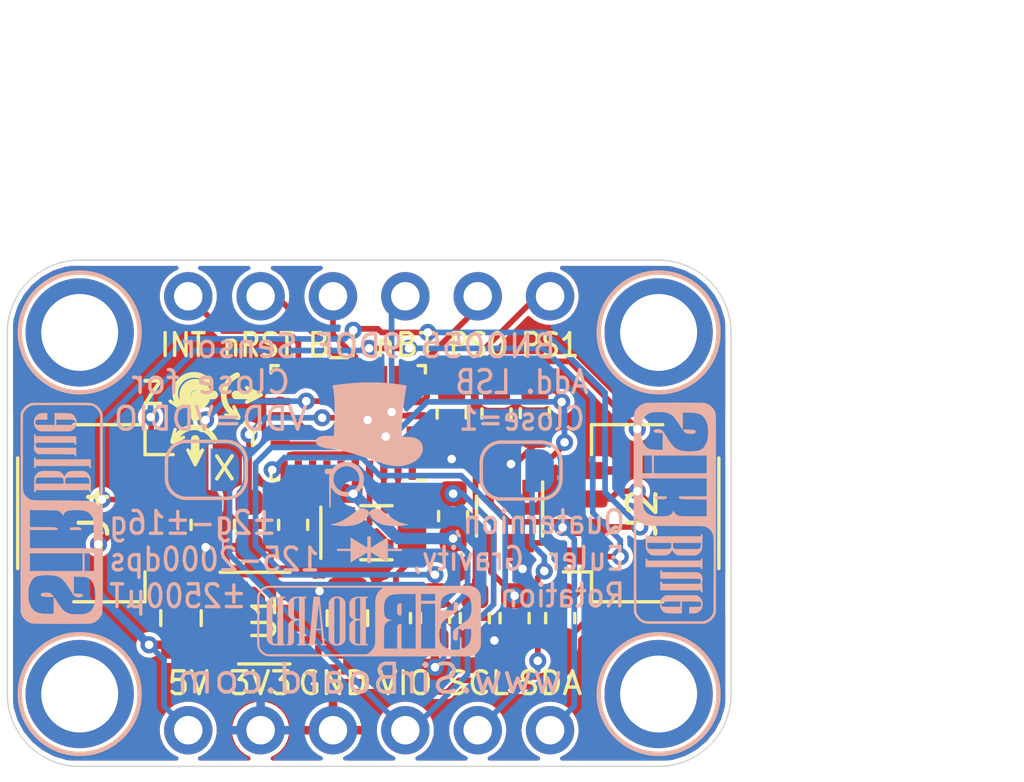
<source format=kicad_pcb>
(kicad_pcb (version 20171130) (host pcbnew "(5.1.2)-2")
  (title_block (title "SirBlue - BNO055 Breakout with 5V Level Shift") (date 2020-03-11) (rev 1) (company SirBoard) (comment 1 "Magnetometer:  X = ±1300μT, Y = ±1300μT, Z = ±2500μT") (comment 2 "Gyroscope = ±125°/s, ±250°/s, ±500°/s, ±1000°/s, ±2000°/s") (comment 3 "Accelerometer = ±4g/ ±8g/ ±12g/ ±16g") (comment 4 "16 Bit Gyroscope, 14 Bit Accelerometer And 13/15 Bit Magnetometer Optimised For I2C"))
  (layers (0 F.Cu signal) (31 B.Cu signal) (34 B.Paste user hide) (35 F.Paste user hide) (36 B.SilkS user) (37 F.SilkS user) (38 B.Mask user hide) (39 F.Mask user hide) (44 Edge.Cuts user))
  (net 0 "")
  (net 1 GND)
  (net 2 5V)
  (net 3 3V3)
  (net 4 "Net-(U1-Pad4)")
  (net 5 SCL_5V)
  (net 6 SDA_3V3)
  (net 7 SDA_5V)
  (net 8 SCL_3V3)
  (net 9 VDDIO)
  (net 10 "Net-(U2-Pad8)")
  (net 11 "Net-(C3-Pad1)")
  (net 12 "Net-(C6-Pad1)")
  (net 13 "Net-(C7-Pad1)")
  (net 14 nRST)
  (net 15 INT)
  (net 16 "Net-(U2-Pad13)")
  (net 17 "Net-(U2-Pad12)")
  (net 18 BL_IND)
  (net 19 "Net-(U2-Pad7)")
  (net 20 "Net-(U2-Pad21)")
  (net 21 "Net-(U2-Pad22)")
  (net 22 "Net-(U2-Pad23)")
  (net 23 "Net-(U2-Pad24)")
  (net 24 "Net-(U2-Pad1)")
  (net 25 nBOOT)
  (net 26 /ADD)
  (net 27 PS0)
  (net 28 PS1)
  (module Capacitor_SMD:C_0603_1608Metric (layer F.Cu) (at 68.1736 32.4612 90)
    (fp_text reference C2 hide)
    (fp_text value 100nF)
    (pad 2 smd roundrect (at 0.7875 0 90) (size 0.875 0.95) (layers F.Cu F.Paste F.Mask) (net 1 GND))
    (pad 1 smd roundrect (at -0.7875 0 90) (size 0.875 0.95) (layers F.Cu F.Paste F.Mask) (net 3 3V3))
  )
  (module Package_LGA:LGA-28_5.2x3.8mm_P0.5mm (layer F.Cu) (at 64.5414 32.7914 180)
    (fp_text reference U2 hide)
    (fp_text value BNO055)
    (pad 16 smd rect (at 2.3875 0.75 270) (size 0.254 0.675) (layers F.Cu F.Paste F.Mask) (net 1 GND))
    (pad 17 smd rect (at 2.3875 0.25 270) (size 0.254 0.675) (layers F.Cu F.Paste F.Mask) (net 26 /ADD))
    (pad 18 smd rect (at 2.3875 -0.25 270) (size 0.254 0.675) (layers F.Cu F.Paste F.Mask) (net 1 GND))
    (pad 15 smd rect (at 2.25 1.6625 180) (size 0.254 0.675) (layers F.Cu F.Paste F.Mask) (net 1 GND))
    (pad 14 smd rect (at 1.75 1.6625 180) (size 0.254 0.675) (layers F.Cu F.Paste F.Mask) (net 15 INT))
    (pad 13 smd rect (at 1.25 1.6625 180) (size 0.254 0.675) (layers F.Cu F.Paste F.Mask) (net 16 "Net-(U2-Pad13)"))
    (pad 12 smd rect (at 0.75 1.6625 180) (size 0.254 0.675) (layers F.Cu F.Paste F.Mask) (net 17 "Net-(U2-Pad12)"))
    (pad 11 smd rect (at 0.25 1.6625 180) (size 0.254 0.675) (layers F.Cu F.Paste F.Mask) (net 14 nRST))
    (pad 10 smd rect (at -0.25 1.6625 180) (size 0.254 0.675) (layers F.Cu F.Paste F.Mask) (net 18 BL_IND))
    (pad 9 smd rect (at -0.75 1.6625 180) (size 0.254 0.675) (layers F.Cu F.Paste F.Mask) (net 11 "Net-(C3-Pad1)"))
    (pad 8 smd rect (at -1.25 1.6625 180) (size 0.254 0.675) (layers F.Cu F.Paste F.Mask) (net 10 "Net-(U2-Pad8)"))
    (pad 7 smd rect (at -1.75 1.6625 180) (size 0.254 0.675) (layers F.Cu F.Paste F.Mask) (net 19 "Net-(U2-Pad7)"))
    (pad 20 smd rect (at 2.25 -1.6625 180) (size 0.254 0.675) (layers F.Cu F.Paste F.Mask) (net 6 SDA_3V3))
    (pad 21 smd rect (at 1.75 -1.6625 180) (size 0.254 0.675) (layers F.Cu F.Paste F.Mask) (net 20 "Net-(U2-Pad21)"))
    (pad 22 smd rect (at 1.25 -1.6625 180) (size 0.254 0.675) (layers F.Cu F.Paste F.Mask) (net 21 "Net-(U2-Pad22)"))
    (pad 23 smd rect (at 0.75 -1.6625 180) (size 0.254 0.675) (layers F.Cu F.Paste F.Mask) (net 22 "Net-(U2-Pad23)"))
    (pad 24 smd rect (at 0.25 -1.6625 180) (size 0.254 0.675) (layers F.Cu F.Paste F.Mask) (net 23 "Net-(U2-Pad24)"))
    (pad 25 smd rect (at -0.25 -1.6625 180) (size 0.254 0.675) (layers F.Cu F.Paste F.Mask) (net 1 GND))
    (pad 26 smd rect (at -0.75 -1.6625 180) (size 0.254 0.675) (layers F.Cu F.Paste F.Mask) (net 13 "Net-(C7-Pad1)"))
    (pad 27 smd rect (at -1.25 -1.6625 180) (size 0.254 0.675) (layers F.Cu F.Paste F.Mask) (net 12 "Net-(C6-Pad1)"))
    (pad 28 smd rect (at -1.75 -1.6625 180) (size 0.254 0.675) (layers F.Cu F.Paste F.Mask) (net 9 VDDIO))
    (pad 5 smd rect (at -2.3875 0.75 270) (size 0.254 0.675) (layers F.Cu F.Paste F.Mask) (net 28 PS1))
    (pad 4 smd rect (at -2.3875 0.25 270) (size 0.254 0.675) (layers F.Cu F.Paste F.Mask) (net 25 nBOOT))
    (pad 3 smd rect (at -2.3875 -0.25 270) (size 0.254 0.675) (layers F.Cu F.Paste F.Mask) (net 3 3V3))
    (pad 1 smd rect (at -2.25 -1.6625 180) (size 0.254 0.675) (layers F.Cu F.Paste F.Mask) (net 24 "Net-(U2-Pad1)"))
    (pad 2 smd rect (at -2.3875 -0.75 270) (size 0.254 0.675) (layers F.Cu F.Paste F.Mask) (net 1 GND))
    (pad 6 smd rect (at -2.25 1.6625 180) (size 0.254 0.675) (layers F.Cu F.Paste F.Mask) (net 27 PS0))
    (pad 19 smd rect (at 2.3875 -0.75 270) (size 0.254 0.675) (layers F.Cu F.Paste F.Mask) (net 8 SCL_3V3))
  )
  (module Resistor_SMD:R_0603_1608Metric (layer F.Cu) (at 68.9864 39.6494 90)
    (fp_text reference R2 hide)
    (fp_text value 10K)
    (pad 2 smd roundrect (at 0.7875 0 90) (size 0.875 0.95) (layers F.Cu F.Paste F.Mask) (net 25 nBOOT))
    (pad 1 smd roundrect (at -0.7875 0 90) (size 0.875 0.95) (layers F.Cu F.Paste F.Mask) (net 3 3V3))
  )
  (module Resistor_SMD:R_0603_1608Metric (layer F.Cu) (at 59.5376 36.3728 90)
    (fp_text reference R1 hide)
    (fp_text value 10K)
    (pad 2 smd roundrect (at 0.7875 0 90) (size 0.875 0.95) (layers F.Cu F.Paste F.Mask) (net 14 nRST))
    (pad 1 smd roundrect (at -0.7875 0 90) (size 0.875 0.95) (layers F.Cu F.Paste F.Mask) (net 3 3V3))
  )
  (module Capacitor_SMD:C_0603_1608Metric (layer F.Cu) (at 68.2244 36.068 270)
    (fp_text reference C5 hide)
    (fp_text value 100nF)
    (pad 2 smd roundrect (at 0.7875 0 270) (size 0.875 0.95) (layers F.Cu F.Paste F.Mask) (net 1 GND))
    (pad 1 smd roundrect (at -0.7875 0 270) (size 0.875 0.95) (layers F.Cu F.Paste F.Mask) (net 9 VDDIO))
  )
  (module Jumper:SolderJumper-2_P1.3mm_Open_RoundedPad1.0x1.5mm (layer B.Cu) (at 70.612 34.4678)
    (fp_text reference JP2 hide)
    (fp_text value SolderJumper_2_Open)
    (pad 2 smd custom (at 0.65 0) (size 1 0.5) (layers B.Cu B.Mask) (net 26 /ADD) (options (clearance outline) (anchor rect)) (primitives (gr_circle (center 0 -0.25) (end 0.5 -0.25) (width 0)) (gr_circle (center 0 0.25) (end 0.5 0.25) (width 0)) (gr_poly (pts (xy 0 0.75) (xy -0.5 0.75) (xy -0.5 -0.75) (xy 0 -0.75)) (width 0))))
    (pad 1 smd custom (at -0.65 0) (size 1 0.5) (layers B.Cu B.Mask) (net 3 3V3) (options (clearance outline) (anchor rect)) (primitives (gr_circle (center 0 -0.25) (end 0.5 -0.25) (width 0)) (gr_circle (center 0 0.25) (end 0.5 0.25) (width 0)) (gr_poly (pts (xy 0 0.75) (xy 0.5 0.75) (xy 0.5 -0.75) (xy 0 -0.75)) (width 0))))
  )
  (module Crystal:Crystal_SMD_EuroQuartz_EQ161-2Pin_3.2x1.5mm (layer F.Cu) (at 65.532 36.6522)
    (fp_text reference Y1 hide)
    (fp_text value 32.768kHz)
    (pad 2 smd rect (at 1.25 0) (size 1 1.8) (layers F.Cu F.Paste F.Mask) (net 12 "Net-(C6-Pad1)"))
    (pad 1 smd rect (at -1.25 0) (size 1 1.8) (layers F.Cu F.Paste F.Mask) (net 13 "Net-(C7-Pad1)"))
  )
  (module Resistor_SMD:R_0603_1608Metric (layer F.Cu) (at 67.5894 39.6494 270)
    (fp_text reference R3 hide)
    (fp_text value 10K)
    (pad 2 smd roundrect (at 0.7875 0 270) (size 0.875 0.95) (layers F.Cu F.Paste F.Mask) (net 1 GND))
    (pad 1 smd roundrect (at -0.7875 0 270) (size 0.875 0.95) (layers F.Cu F.Paste F.Mask) (net 26 /ADD))
  )
  (module Capacitor_SMD:C_0603_1608Metric (layer F.Cu) (at 62.611 36.3728 270)
    (fp_text reference C7 hide)
    (fp_text value 22pF)
    (pad 2 smd roundrect (at 0.7875 0 270) (size 0.875 0.95) (layers F.Cu F.Paste F.Mask) (net 1 GND))
    (pad 1 smd roundrect (at -0.7875 0 270) (size 0.875 0.95) (layers F.Cu F.Paste F.Mask) (net 13 "Net-(C7-Pad1)"))
  )
  (module Capacitor_SMD:C_0603_1608Metric (layer F.Cu) (at 66.2178 39.6494 270)
    (fp_text reference C6 hide)
    (fp_text value 22pF)
    (pad 2 smd roundrect (at 0.7875 0 270) (size 0.875 0.95) (layers F.Cu F.Paste F.Mask) (net 1 GND))
    (pad 1 smd roundrect (at -0.7875 0 270) (size 0.875 0.95) (layers F.Cu F.Paste F.Mask) (net 12 "Net-(C6-Pad1)"))
  )
  (module Capacitor_SMD:C_0603_1608Metric (layer F.Cu) (at 61.0616 36.3728 270)
    (fp_text reference C3 hide)
    (fp_text value 100nF)
    (pad 2 smd roundrect (at 0.7875 0 270) (size 0.875 0.95) (layers F.Cu F.Paste F.Mask) (net 1 GND))
    (pad 1 smd roundrect (at -0.7875 0 270) (size 0.875 0.95) (layers F.Cu F.Paste F.Mask) (net 11 "Net-(C3-Pad1)"))
  )
  (module Connector_PinHeader_2.54mm:PinHeader_1x06_P2.54mm_Vertical (layer B.Cu) (at 58.928 28.3464 270)
    (fp_text reference J3 hide)
    (fp_text value Conn_01x06)
    (pad 1 thru_hole circle (at 0 0 270) (size 1.7 1.7) (drill 1) (layers *.Cu *.Mask) (net 15 INT))
    (pad 2 thru_hole oval (at 0 -2.54 270) (size 1.7 1.7) (drill 1) (layers *.Cu *.Mask) (net 14 nRST))
    (pad 3 thru_hole oval (at 0 -5.08 270) (size 1.7 1.7) (drill 1) (layers *.Cu *.Mask) (net 18 BL_IND))
    (pad 4 thru_hole oval (at 0 -7.62 270) (size 1.7 1.7) (drill 1) (layers *.Cu *.Mask) (net 25 nBOOT))
    (pad 5 thru_hole oval (at 0 -10.16 270) (size 1.7 1.7) (drill 1) (layers *.Cu *.Mask) (net 27 PS0))
    (pad 6 thru_hole oval (at 0 -12.7 270) (size 1.7 1.7) (drill 1) (layers *.Cu *.Mask) (net 28 PS1))
  )
  (module Connector_JST:JST_SH_SM04B-SRSS-TB_1x04-1MP_P1.00mm_Horizontal (layer F.Cu) (at 74.8665 35.9664 90)
    (fp_text reference J2 (at 0 0 90) (layer F.SilkS))
    (fp_text value Conn_01x04)
    (pad 1 smd roundrect (at -1.5 -2 90) (size 0.6 1.55) (layers F.Cu F.Paste F.Mask) (net 5 SCL_5V))
    (pad 2 smd roundrect (at -0.5 -2 90) (size 0.6 1.55) (layers F.Cu F.Paste F.Mask) (net 7 SDA_5V))
    (pad 3 smd roundrect (at 0.5 -2 90) (size 0.6 1.55) (layers F.Cu F.Paste F.Mask) (net 2 5V))
    (pad 4 smd roundrect (at 1.5 -2 90) (size 0.6 1.55) (layers F.Cu F.Paste F.Mask) (net 1 GND))
    (pad MP smd roundrect (at -2.8 1.875 90) (size 1.2 1.8) (layers F.Cu F.Paste F.Mask) (roundrect_rratio 0.208333))
    (pad MP smd roundrect (at 2.8 1.875 90) (size 1.2 1.8) (layers F.Cu F.Paste F.Mask) (roundrect_rratio 0.208333))
  )
  (module Jumper:SolderJumper-2_P1.3mm_Open_RoundedPad1.0x1.5mm (layer B.Cu) (at 59.563 34.4424)
    (fp_text reference JP1 hide)
    (fp_text value SolderJumper_2_Open)
    (pad 2 smd custom (at 0.65 0) (size 1 0.5) (layers B.Cu B.Mask) (net 9 VDDIO) (options (clearance outline) (anchor rect)) (primitives (gr_circle (center 0 -0.25) (end 0.5 -0.25) (width 0)) (gr_circle (center 0 0.25) (end 0.5 0.25) (width 0)) (gr_poly (pts (xy 0 0.75) (xy -0.5 0.75) (xy -0.5 -0.75) (xy 0 -0.75)) (width 0))))
    (pad 1 smd custom (at -0.65 0) (size 1 0.5) (layers B.Cu B.Mask) (net 3 3V3) (options (clearance outline) (anchor rect)) (primitives (gr_circle (center 0 -0.25) (end 0.5 -0.25) (width 0)) (gr_circle (center 0 0.25) (end 0.5 0.25) (width 0)) (gr_poly (pts (xy 0 0.75) (xy 0.5 0.75) (xy 0.5 -0.75) (xy 0 -0.75)) (width 0))))
  )
  (module logo:SirBoard79x25 (layer B.Cu) (at 65.278 39.751 180)
    (fp_text reference G*** hide)
    (fp_text value LOGO hide)
  )
  (module logo:logo63x89 (layer B.Cu) (at 65.278 34.544 180)
    (fp_text reference G*** hide)
    (fp_text value LOGO hide)
  )
  (module logo:SirBlue78x29 (layer B.Cu) (at 76.0095 35.9664 270)
    (fp_text reference G*** hide)
    (fp_text value LOGO hide)
  )
  (module logo:SirBlue78x29 (layer B.Cu) (at 54.483 35.9664 90)
    (fp_text reference G*** hide)
    (fp_text value LOGO hide)
  )
  (module Connector_PinHeader_2.54mm:PinHeader_1x06_P2.54mm_Vertical (layer B.Cu) (at 58.928 43.5864 270)
    (fp_text reference J1 hide)
    (fp_text value Conn_01x06)
    (pad 6 thru_hole oval (at 0 -12.7 270) (size 1.7 1.7) (drill 1) (layers *.Cu *.Mask) (net 7 SDA_5V))
    (pad 5 thru_hole oval (at 0 -10.16 270) (size 1.7 1.7) (drill 1) (layers *.Cu *.Mask) (net 5 SCL_5V))
    (pad 4 thru_hole oval (at 0 -7.62 270) (size 1.7 1.7) (drill 1) (layers *.Cu *.Mask) (net 9 VDDIO))
    (pad 3 thru_hole oval (at 0 -5.08 270) (size 1.7 1.7) (drill 1) (layers *.Cu *.Mask) (net 1 GND))
    (pad 2 thru_hole oval (at 0 -2.54 270) (size 1.7 1.7) (drill 1) (layers *.Cu *.Mask) (net 3 3V3))
    (pad 1 thru_hole circle (at 0 0 270) (size 1.7 1.7) (drill 1) (layers *.Cu *.Mask) (net 2 5V))
  )
  (module Package_TO_SOT_SMD:SOT-23-5 (layer F.Cu) (at 61.595 39.6494)
    (fp_text reference U1 (at 0 0 90) (layer F.SilkS) (effects (font (size 0.8 0.8) (thickness 0.12))))
    (fp_text value AP2127K-3.3)
    (pad 5 smd rect (at 1.1 -0.95) (size 1.06 0.65) (layers F.Cu F.Paste F.Mask) (net 3 3V3))
    (pad 4 smd rect (at 1.1 0.95) (size 1.06 0.65) (layers F.Cu F.Paste F.Mask) (net 4 "Net-(U1-Pad4)"))
    (pad 3 smd rect (at -1.1 0.95) (size 1.06 0.65) (layers F.Cu F.Paste F.Mask) (net 2 5V))
    (pad 2 smd rect (at -1.1 0) (size 1.06 0.65) (layers F.Cu F.Paste F.Mask) (net 1 GND))
    (pad 1 smd rect (at -1.1 -0.95) (size 1.06 0.65) (layers F.Cu F.Paste F.Mask) (net 2 5V))
  )
  (module Connector_JST:JST_SH_SM04B-SRSS-TB_1x04-1MP_P1.00mm_Horizontal (layer F.Cu) (at 55.626 35.9664 270)
    (fp_text reference J4 (at 0 0 270) (layer F.SilkS))
    (fp_text value Conn_01x04)
    (pad 1 smd roundrect (at -1.5 -2 270) (size 0.6 1.55) (layers F.Cu F.Paste F.Mask) (net 5 SCL_5V))
    (pad 2 smd roundrect (at -0.5 -2 270) (size 0.6 1.55) (layers F.Cu F.Paste F.Mask) (net 7 SDA_5V))
    (pad 3 smd roundrect (at 0.5 -2 270) (size 0.6 1.55) (layers F.Cu F.Paste F.Mask) (net 2 5V))
    (pad 4 smd roundrect (at 1.5 -2 270) (size 0.6 1.55) (layers F.Cu F.Paste F.Mask) (net 1 GND))
    (pad MP smd roundrect (at -2.8 1.875 270) (size 1.2 1.8) (layers F.Cu F.Paste F.Mask) (roundrect_rratio 0.208333))
    (pad MP smd roundrect (at 2.8 1.875 270) (size 1.2 1.8) (layers F.Cu F.Paste F.Mask) (roundrect_rratio 0.208333))
  )
  (module Capacitor_SMD:C_0805_2012Metric (layer F.Cu) (at 64.516 39.6494 270)
    (fp_text reference C4 hide)
    (fp_text value 10uF)
    (pad 2 smd roundrect (at 0.9375 0 270) (size 0.975 1.4) (layers F.Cu F.Paste F.Mask) (net 1 GND))
    (pad 1 smd roundrect (at -0.9375 0 270) (size 0.975 1.4) (layers F.Cu F.Paste F.Mask) (net 3 3V3))
  )
  (module Capacitor_SMD:C_0805_2012Metric (layer F.Cu) (at 58.674 39.6494 90)
    (fp_text reference C1 hide)
    (fp_text value 10uF)
    (pad 2 smd roundrect (at 0.9375 0 90) (size 0.975 1.4) (layers F.Cu F.Paste F.Mask) (net 1 GND))
    (pad 1 smd roundrect (at -0.9375 0 90) (size 0.975 1.4) (layers F.Cu F.Paste F.Mask) (net 2 5V))
  )
  (module SirBoardLibrary:MountingHole_M2.5_SirBoard (layer F.Cu) (at 55.118 42.3164 270)
    (fp_text reference H1 hide)
    (fp_text value MountingHole)
    (pad 1 thru_hole circle (at 0 0 270) (size 3.8 3.8) (drill 2.7) (layers *.Cu *.Mask))
  )
  (module SirBoardLibrary:MountingHole_M2.5_SirBoard (layer F.Cu) (at 55.118 29.6164 270)
    (fp_text reference H2 hide)
    (fp_text value MountingHole)
    (pad 1 thru_hole circle (at 0 0 270) (size 3.8 3.8) (drill 2.7) (layers *.Cu *.Mask))
  )
  (module SirBoardLibrary:MountingHole_M2.5_SirBoard (layer F.Cu) (at 75.438 42.3164 90)
    (fp_text reference H3 hide)
    (fp_text value MountingHole)
    (pad 1 thru_hole circle (at 0 0 90) (size 3.8 3.8) (drill 2.7) (layers *.Cu *.Mask))
  )
  (module SirBoardLibrary:MountingHole_M2.5_SirBoard (layer F.Cu) (at 75.438 29.6164 90)
    (fp_text reference H4 hide)
    (fp_text value MountingHole)
    (pad 1 thru_hole circle (at 0 0 90) (size 3.8 3.8) (drill 2.7) (layers *.Cu *.Mask))
  )
  (module Resistor_SMD:R_0603_1608Metric (layer F.Cu) (at 69.7484 32.4612 270)
    (fp_text reference R8 hide)
    (fp_text value 10K)
    (pad 2 smd roundrect (at 0.7875 0 270) (size 0.875 0.95) (layers F.Cu F.Paste F.Mask) (net 7 SDA_5V))
    (pad 1 smd roundrect (at -0.7875 0 270) (size 0.875 0.95) (layers F.Cu F.Paste F.Mask) (net 2 5V))
  )
  (module Resistor_SMD:R_0603_1608Metric (layer F.Cu) (at 70.3834 39.6494 270)
    (fp_text reference R7 hide)
    (fp_text value 10K)
    (pad 2 smd roundrect (at 0.7875 0 270) (size 0.875 0.95) (layers F.Cu F.Paste F.Mask) (net 3 3V3))
    (pad 1 smd roundrect (at -0.7875 0 270) (size 0.875 0.95) (layers F.Cu F.Paste F.Mask) (net 6 SDA_3V3))
  )
  (module Resistor_SMD:R_0603_1608Metric (layer F.Cu) (at 71.9836 39.6494 90)
    (fp_text reference R6 hide)
    (fp_text value 10K)
    (pad 2 smd roundrect (at 0.7875 0 90) (size 0.875 0.95) (layers F.Cu F.Paste F.Mask) (net 5 SCL_5V))
    (pad 1 smd roundrect (at -0.7875 0 90) (size 0.875 0.95) (layers F.Cu F.Paste F.Mask) (net 2 5V))
  )
  (module Resistor_SMD:R_0603_1608Metric (layer F.Cu) (at 71.0946 32.4485 270)
    (fp_text reference R5 hide)
    (fp_text value 10K)
    (pad 2 smd roundrect (at 0.7875 0 270) (size 0.875 0.95) (layers F.Cu F.Paste F.Mask) (net 3 3V3))
    (pad 1 smd roundrect (at -0.7875 0 270) (size 0.875 0.95) (layers F.Cu F.Paste F.Mask) (net 8 SCL_3V3))
  )
  (module Package_TO_SOT_SMD:SOT-363_SC-70-6 (layer F.Cu) (at 70.2056 36.068 270)
    (fp_text reference Q2 hide)
    (fp_text value BSS138DW)
    (pad 6 smd rect (at 0.95 -0.65 270) (size 0.65 0.4) (layers F.Cu F.Paste F.Mask) (net 5 SCL_5V))
    (pad 4 smd rect (at 0.95 0.65 270) (size 0.65 0.4) (layers F.Cu F.Paste F.Mask) (net 6 SDA_3V3))
    (pad 2 smd rect (at -0.95 0 270) (size 0.65 0.4) (layers F.Cu F.Paste F.Mask) (net 3 3V3))
    (pad 5 smd rect (at 0.95 0 270) (size 0.65 0.4) (layers F.Cu F.Paste F.Mask) (net 3 3V3))
    (pad 3 smd rect (at -0.95 0.65 270) (size 0.65 0.4) (layers F.Cu F.Paste F.Mask) (net 7 SDA_5V))
    (pad 1 smd rect (at -0.95 -0.65 270) (size 0.65 0.4) (layers F.Cu F.Paste F.Mask) (net 8 SCL_3V3))
  )
  (gr_text Y (at 61.1886 33.2232) (layer F.SilkS) (effects (font (size 0.8 0.8) (thickness 0.13))))
  (gr_text X (at 60.198 34.3916) (layer F.SilkS) (effects (font (size 0.8 0.8) (thickness 0.13))))
  (gr_line (start 60.59946 31.81096) (end 61.2394 31.81096) (layer F.SilkS) (width 0.3))
  (gr_line (start 60.70854 32.60344) (end 60.53074 32.22244) (layer F.SilkS) (width 0.12))
  (gr_line (start 60.25134 32.51454) (end 60.68314 32.62884) (layer F.SilkS) (width 0.12))
  (gr_arc (start 60.94984 31.82874) (end 60.64504 31.11754) (angle -132.8389205) (layer F.SilkS) (width 0.2))
  (gr_line (start 59.17706 31.81096) (end 59.817 31.81096) (layer F.SilkS) (width 0.3))
  (gr_line (start 61.48846 31.81096) (end 60.98046 31.55696) (layer F.SilkS) (width 0.12))
  (gr_line (start 60.98046 31.55696) (end 61.23446 31.81096) (layer F.SilkS) (width 0.12))
  (gr_line (start 61.23446 31.81096) (end 60.98046 32.06496) (layer F.SilkS) (width 0.12))
  (gr_line (start 60.98046 32.06496) (end 61.48846 31.81096) (layer F.SilkS) (width 0.12))
  (gr_line (start 59.17184 33.37066) (end 59.17184 34.0106) (layer F.SilkS) (width 0.3))
  (gr_line (start 58.91784 33.75166) (end 59.17184 34.25966) (layer F.SilkS) (width 0.12))
  (gr_line (start 59.17184 34.00566) (end 58.91784 33.75166) (layer F.SilkS) (width 0.12))
  (gr_line (start 59.42584 33.75166) (end 59.17184 34.00566) (layer F.SilkS) (width 0.12))
  (gr_line (start 59.17184 34.25966) (end 59.42584 33.75166) (layer F.SilkS) (width 0.12))
  (gr_line (start 59.17184 31.94826) (end 59.17184 32.5882) (layer F.SilkS) (width 0.3))
  (gr_text "Quaternion,\nEuler, Gravity,\nRotation\n" (at 74.3204 37.5666) (layer B.SilkS) (effects (font (size 0.8 0.7) (thickness 0.12)) (justify left mirror)))
  (gr_text "Add. LSB\nClose=1" (at 70.6374 32.004) (layer B.SilkS) (effects (font (size 0.8 0.7) (thickness 0.12)) (justify mirror)))
  (gr_text Z (at 57.6834 31.75) (layer F.SilkS) (effects (font (size 0.8 0.8) (thickness 0.13))))
  (gr_line (start 58.6613 32.2326) (end 58.6867 31.8516) (layer F.SilkS) (width 0.12))
  (gr_line (start 58.6359 32.258) (end 58.293 32.0294) (layer F.SilkS) (width 0.12))
  (gr_circle (center 59.17184 31.79826) (end 59.02184 31.79826) (layer F.SilkS) (width 0.4))
  (gr_arc (start 59.12866 31.76016) (end 59.6138 31.3182) (angle -177.5005227) (layer F.SilkS) (width 0.2))
  (gr_arc (start 59.15406 33.72104) (end 59.86526 33.41624) (angle -132.8389205) (layer F.SilkS) (width 0.2))
  (gr_line (start 58.46826 33.02254) (end 58.35396 33.45434) (layer F.SilkS) (width 0.12))
  (gr_line (start 58.37936 33.47974) (end 58.76036 33.30194) (layer F.SilkS) (width 0.12))
  (gr_text "±2g-±16g\n125-2000dps\n±2500μT" (at 56.0832 37.592) (layer B.SilkS) (effects (font (size 0.8 0.7) (thickness 0.12)) (justify right mirror)))
  (gr_text SDA (at 71.628 41.9354) (layer F.SilkS) (effects (font (size 0.8 0.8) (thickness 0.12))))
  (gr_text "BNO055 9DOF Sensor" (at 65.278 30.099) (layer B.SilkS) (effects (font (size 0.8 0.8) (thickness 0.12)) (justify mirror)))
  (gr_text "Close for\nVDD=VDDIO" (at 59.7154 32.004) (layer B.SilkS) (effects (font (size 0.8 0.8) (thickness 0.12)) (justify mirror)))
  (gr_text PS1 (at 71.628 30.0609) (layer F.SilkS) (effects (font (size 0.8 0.7) (thickness 0.12))))
  (gr_text PS0 (at 69.088 30.0609) (layer F.SilkS) (effects (font (size 0.8 0.7) (thickness 0.12))))
  (gr_text INT (at 58.7502 30.0609) (layer F.SilkS) (effects (font (size 0.8 0.7) (thickness 0.12))))
  (gr_text nRST (at 61.3918 30.0609) (layer F.SilkS) (effects (font (size 0.8 0.7) (thickness 0.12))))
  (gr_text B_I (at 64.008 30.0609) (layer F.SilkS) (effects (font (size 0.8 0.8) (thickness 0.12))))
  (gr_text nBT (at 66.548 30.0609) (layer F.SilkS) (effects (font (size 0.8 0.8) (thickness 0.12))))
  (gr_text 5V (at 58.928 41.9354) (layer F.SilkS) (effects (font (size 0.8 0.8) (thickness 0.12))))
  (gr_text 3V3 (at 61.468 41.9354) (layer F.SilkS) (effects (font (size 0.8 0.8) (thickness 0.12))))
  (gr_text GND (at 64.008 41.9354) (layer F.SilkS) (effects (font (size 0.8 0.8) (thickness 0.12))))
  (gr_text VIO (at 66.548 41.9354) (layer F.SilkS) (effects (font (size 0.8 0.8) (thickness 0.12))))
  (gr_text SCL (at 69.088 41.9354) (layer F.SilkS) (effects (font (size 0.8 0.8) (thickness 0.12))))
  (gr_arc (start 55.118 29.6164) (end 55.118 27.0764) (angle -90) (layer Edge.Cuts) (width 0.05))
  (gr_arc (start 75.438 29.6164) (end 77.978 29.6164) (angle -90) (layer Edge.Cuts) (width 0.05))
  (gr_arc (start 75.438 42.3164) (end 75.438 44.8564) (angle -90) (layer Edge.Cuts) (width 0.05))
  (gr_arc (start 55.118 42.3164) (end 52.578 42.3164) (angle -90) (layer Edge.Cuts) (width 0.05))
  (gr_line (start 52.578 42.3164) (end 52.578 29.6164) (layer Edge.Cuts) (width 0.05))
  (gr_line (start 55.118 27.0764) (end 75.438 27.0764) (layer Edge.Cuts) (width 0.05))
  (gr_line (start 77.978 29.6164) (end 77.978 42.3164) (layer Edge.Cuts) (width 0.05))
  (gr_line (start 75.438 44.8564) (end 55.118 44.8564) (layer Edge.Cuts) (width 0.05))
  (gr_text www.SirBoard.com (at 65.278 41.783) (layer B.SilkS) (effects (font (size 1 1) (thickness 0.13)) (justify mirror)))
  (via (at 68.2244 36.8554) (size 0.6) (drill 0.3) (layers F.Cu B.Cu) (net 1))
  (via (at 64.7192 35.2806) (size 0.6) (drill 0.3) (layers F.Cu B.Cu) (net 1))
  (segment (start 66.294 36.8554) (end 68.2244 36.8554) (width 0.4) (layer B.Cu) (net 1))
  (segment (start 64.7192 35.2806) (end 66.294 36.8554) (width 0.4) (layer B.Cu) (net 1))
  (via (at 67.5894 41.3766) (size 0.6) (drill 0.3) (layers F.Cu B.Cu) (net 1))
  (segment (start 67.889399 41.076601) (end 67.5894 41.3766) (width 0.2) (layer B.Cu) (net 1))
  (segment (start 67.889399 39.578001) (end 67.889399 41.076601) (width 0.2) (layer B.Cu) (net 1))
  (segment (start 68.7324 38.735) (end 67.889399 39.578001) (width 0.2) (layer B.Cu) (net 1))
  (segment (start 68.7324 37.3635) (end 68.7324 38.735) (width 0.2) (layer B.Cu) (net 1))
  (segment (start 68.2244 36.8554) (end 68.2244 36.8555) (width 0.2) (layer B.Cu) (net 1))
  (segment (start 68.2244 36.8555) (end 68.7324 37.3635) (width 0.2) (layer B.Cu) (net 1))
  (segment (start 61.6164 32.0414) (end 61.563201 32.094599) (width 0.2) (layer F.Cu) (net 1))
  (segment (start 61.563201 32.988201) (end 61.6164 33.0414) (width 0.2) (layer F.Cu) (net 1))
  (segment (start 61.563201 32.094599) (end 61.563201 32.988201) (width 0.2) (layer F.Cu) (net 1))
  (segment (start 61.6164 33.0414) (end 62.1539 33.0414) (width 0.2) (layer F.Cu) (net 1))
  (segment (start 62.1539 32.0414) (end 61.6164 32.0414) (width 0.2) (layer F.Cu) (net 1))
  (segment (start 58.6865 40.5994) (end 58.674 40.5869) (width 0.3) (layer F.Cu) (net 2))
  (segment (start 60.495 40.5994) (end 58.6865 40.5994) (width 0.3) (layer F.Cu) (net 2))
  (segment (start 57.5541 40.5869) (end 58.674 40.5869) (width 0.3) (layer F.Cu) (net 2))
  (segment (start 55.7784 38.8112) (end 57.5541 40.5869) (width 0.3) (layer B.Cu) (net 2))
  (segment (start 55.7784 37.0586) (end 55.7784 37.0586) (width 0.3) (layer F.Cu) (net 2))
  (segment (start 57.626 36.4664) (end 56.3706 36.4664) (width 0.3) (layer F.Cu) (net 2))
  (segment (start 56.3706 36.4664) (end 55.7784 37.0586) (width 0.3) (layer F.Cu) (net 2))
  (segment (start 57.5541 40.5869) (end 57.5541 40.5869) (width 0.3) (layer F.Cu) (net 2))
  (via (at 57.5541 40.5869) (size 0.6) (drill 0.3) (layers F.Cu B.Cu) (net 2))
  (segment (start 57.854099 40.886899) (end 57.5541 40.5869) (width 0.2) (layer B.Cu) (net 2))
  (segment (start 58.078001 41.110801) (end 57.854099 40.886899) (width 0.2) (layer B.Cu) (net 2))
  (segment (start 58.078001 42.736401) (end 58.078001 41.110801) (width 0.2) (layer B.Cu) (net 2))
  (segment (start 58.928 43.5864) (end 58.078001 42.736401) (width 0.2) (layer B.Cu) (net 2))
  (segment (start 61.2165 38.6994) (end 61.468 38.9509) (width 0.3) (layer F.Cu) (net 2))
  (segment (start 60.495 38.6994) (end 61.2165 38.6994) (width 0.3) (layer F.Cu) (net 2))
  (segment (start 61.468 38.9509) (end 61.468 39.751) (width 0.3) (layer F.Cu) (net 2))
  (segment (start 61.468 39.751) (end 61.468 40.3479) (width 0.3) (layer F.Cu) (net 2))
  (segment (start 61.468 40.3479) (end 61.2165 40.5994) (width 0.3) (layer F.Cu) (net 2))
  (segment (start 61.2165 40.5994) (end 60.495 40.5994) (width 0.3) (layer F.Cu) (net 2))
  (segment (start 72.1613 40.4369) (end 71.8058 40.4369) (width 0.2) (layer F.Cu) (net 2))
  (segment (start 72.1867 40.4369) (end 75.4888 37.1348) (width 0.2) (layer F.Cu) (net 2))
  (segment (start 71.9836 40.4369) (end 72.1867 40.4369) (width 0.2) (layer F.Cu) (net 2))
  (segment (start 75.4888 37.1348) (end 75.4888 35.9918) (width 0.2) (layer F.Cu) (net 2))
  (segment (start 73.7415 35.4664) (end 72.8665 35.4664) (width 0.2) (layer F.Cu) (net 2))
  (segment (start 75.4888 35.9918) (end 74.6893 35.1923) (width 0.2) (layer F.Cu) (net 2))
  (segment (start 74.6893 35.1923) (end 74.6881 35.1923) (width 0.2) (layer F.Cu) (net 2))
  (segment (start 74.0156 35.1923) (end 73.7415 35.4664) (width 0.2) (layer F.Cu) (net 2))
  (segment (start 72.2884 40.7417) (end 71.9836 40.4369) (width 0.2) (layer F.Cu) (net 2))
  (segment (start 72.2884 41.4782) (end 72.2884 40.7417) (width 0.2) (layer F.Cu) (net 2))
  (segment (start 70.358 42.0624) (end 71.7042 42.0624) (width 0.2) (layer F.Cu) (net 2))
  (segment (start 70.1294 41.8338) (end 70.358 42.0624) (width 0.2) (layer F.Cu) (net 2))
  (segment (start 68.4276 41.8338) (end 70.1294 41.8338) (width 0.2) (layer F.Cu) (net 2))
  (segment (start 71.7042 42.0624) (end 72.2884 41.4782) (width 0.2) (layer F.Cu) (net 2))
  (segment (start 60.495 40.5994) (end 60.495 41.1244) (width 0.2) (layer F.Cu) (net 2))
  (segment (start 61.2552 41.8846) (end 66.8782 41.8846) (width 0.2) (layer F.Cu) (net 2))
  (segment (start 60.495 41.1244) (end 61.2552 41.8846) (width 0.2) (layer F.Cu) (net 2))
  (segment (start 67.2338 42.2402) (end 68.0212 42.2402) (width 0.2) (layer F.Cu) (net 2))
  (segment (start 66.8782 41.8846) (end 67.2338 42.2402) (width 0.2) (layer F.Cu) (net 2))
  (segment (start 68.0212 42.2402) (end 68.4276 41.8338) (width 0.2) (layer F.Cu) (net 2))
  (segment (start 55.7784 37.0586) (end 55.7784 38.8112) (width 0.3) (layer B.Cu) (net 2))
  (via (at 55.7784 37.0586) (size 0.6) (drill 0.3) (layers F.Cu B.Cu) (net 2))
  (segment (start 69.7484 31.0134) (end 69.7484 31.6737) (width 0.2) (layer F.Cu) (net 2))
  (segment (start 70.1294 30.6324) (end 69.7484 31.0134) (width 0.2) (layer F.Cu) (net 2))
  (segment (start 72.3138 30.6324) (end 70.1294 30.6324) (width 0.2) (layer F.Cu) (net 2))
  (segment (start 74.6893 35.1923) (end 74.6893 33.0079) (width 0.2) (layer B.Cu) (net 2))
  (segment (start 74.6893 33.0079) (end 74.6893 33.0079) (width 0.2) (layer F.Cu) (net 2))
  (segment (start 74.6893 33.0079) (end 72.3138 30.6324) (width 0.2) (layer F.Cu) (net 2))
  (via (at 74.6893 33.0079) (size 0.6) (drill 0.3) (layers F.Cu B.Cu) (net 2))
  (segment (start 74.6881 35.1923) (end 74.0156 35.1923) (width 0.2) (layer F.Cu) (net 2))
  (via (at 74.6881 35.1923) (size 0.6) (drill 0.3) (layers F.Cu B.Cu) (net 2))
  (segment (start 64.5035 38.6994) (end 64.516 38.7119) (width 0.3) (layer F.Cu) (net 3))
  (segment (start 62.695 38.6994) (end 63.5356 38.6994) (width 0.3) (layer F.Cu) (net 3))
  (segment (start 63.561 38.6994) (end 64.5035 38.6994) (width 0.3) (layer F.Cu) (net 3))
  (segment (start 63.5356 38.6994) (end 63.561 38.6994) (width 0.3) (layer F.Cu) (net 3))
  (segment (start 63.5356 38.6994) (end 63.5356 38.6994) (width 0.3) (layer F.Cu) (net 3))
  (via (at 63.5356 38.6994) (size 0.6) (drill 0.3) (layers F.Cu B.Cu) (net 3))
  (via (at 69.6722 40.4368) (size 0.6) (drill 0.3) (layers F.Cu B.Cu) (net 3))
  (via (at 70.2564 34.2392) (size 0.6) (drill 0.3) (layers F.Cu B.Cu) (net 3))
  (segment (start 70.2056 35.118) (end 70.2056 34.29) (width 0.2) (layer F.Cu) (net 3))
  (segment (start 70.2056 34.29) (end 70.2564 34.2392) (width 0.2) (layer F.Cu) (net 3))
  (segment (start 70.3834 40.4369) (end 68.9864 40.4369) (width 0.2) (layer F.Cu) (net 3))
  (segment (start 67.9663 33.0414) (end 68.1736 33.2487) (width 0.2) (layer F.Cu) (net 3))
  (segment (start 66.9289 33.0414) (end 67.9663 33.0414) (width 0.2) (layer F.Cu) (net 3))
  (segment (start 71.0946 33.5534) (end 71.0946 33.236) (width 0.2) (layer F.Cu) (net 3))
  (segment (start 70.2564 34.2392) (end 70.4088 34.2392) (width 0.2) (layer F.Cu) (net 3))
  (segment (start 70.4088 34.2392) (end 71.0946 33.5534) (width 0.2) (layer F.Cu) (net 3))
  (via (at 68.1736 34.0614) (size 0.6) (drill 0.3) (layers F.Cu B.Cu) (net 3))
  (segment (start 68.1736 33.2487) (end 68.1736 34.0614) (width 0.2) (layer F.Cu) (net 3))
  (via (at 59.5376 37.1603) (size 0.6) (drill 0.3) (layers F.Cu B.Cu) (net 3))
  (segment (start 58.913 34.798) (end 58.913 36.5357) (width 0.4) (layer B.Cu) (net 3))
  (segment (start 58.913 36.5357) (end 59.5376 37.1603) (width 0.4) (layer B.Cu) (net 3))
  (segment (start 70.2056 37.543) (end 70.5848 37.9222) (width 0.2) (layer F.Cu) (net 3))
  (segment (start 70.5848 37.9222) (end 70.6628 37.9222) (width 0.2) (layer F.Cu) (net 3))
  (via (at 70.6628 37.9222) (size 0.6) (drill 0.3) (layers F.Cu B.Cu) (net 3))
  (segment (start 70.2056 37.018) (end 70.2056 37.543) (width 0.2) (layer F.Cu) (net 3))
  (segment (start 68.7579 40.4369) (end 68.9864 40.4369) (width 0.2) (layer F.Cu) (net 3))
  (segment (start 67.9704 39.6494) (end 68.7579 40.4369) (width 0.2) (layer F.Cu) (net 3))
  (segment (start 64.516 38.7119) (end 65.4535 39.6494) (width 0.2) (layer F.Cu) (net 3))
  (segment (start 65.4535 39.6494) (end 67.9704 39.6494) (width 0.2) (layer F.Cu) (net 3))
  (via (at 57.6072 32.5882) (size 0.6) (drill 0.3) (layers F.Cu B.Cu) (net 5))
  (segment (start 57.626 34.4664) (end 57.626 32.607) (width 0.2) (layer F.Cu) (net 5))
  (segment (start 57.626 32.607) (end 57.6072 32.5882) (width 0.2) (layer F.Cu) (net 5))
  (via (at 74.0918 37.4904) (size 0.6) (drill 0.3) (layers F.Cu B.Cu) (net 5))
  (segment (start 72.8905 37.4904) (end 72.8665 37.4664) (width 0.2) (layer F.Cu) (net 5))
  (segment (start 74.0918 37.4904) (end 72.8905 37.4904) (width 0.2) (layer F.Cu) (net 5))
  (via (at 65.278 30.1752) (size 0.6) (drill 0.3) (layers F.Cu B.Cu) (net 5))
  (via (at 66.675 30.1752) (size 0.6) (drill 0.3) (layers F.Cu B.Cu) (net 5))
  (segment (start 65.278 30.1752) (end 66.802 30.1752) (width 0.2) (layer F.Cu) (net 5))
  (segment (start 65.2018 30.2514) (end 65.278 30.1752) (width 0.2) (layer B.Cu) (net 5))
  (segment (start 59.1566 30.2514) (end 65.2018 30.2514) (width 0.2) (layer B.Cu) (net 5))
  (segment (start 57.6072 32.5882) (end 57.6072 31.8008) (width 0.2) (layer B.Cu) (net 5))
  (segment (start 57.6072 31.8008) (end 59.1566 30.2514) (width 0.2) (layer B.Cu) (net 5))
  (via (at 71.1962 41.148) (size 0.6) (drill 0.3) (layers F.Cu B.Cu) (net 5))
  (segment (start 71.1962 41.4782) (end 71.1962 41.148) (width 0.2) (layer B.Cu) (net 5))
  (segment (start 69.088 43.5864) (end 71.1962 41.4782) (width 0.2) (layer B.Cu) (net 5))
  (segment (start 71.1962 40.723736) (end 71.1962 41.148) (width 0.2) (layer F.Cu) (net 5))
  (segment (start 71.1962 40.005) (end 71.1962 40.723736) (width 0.2) (layer F.Cu) (net 5))
  (segment (start 71.9836 38.8619) (end 71.9836 39.2176) (width 0.2) (layer F.Cu) (net 5))
  (segment (start 71.9836 39.2176) (end 71.1962 40.005) (width 0.2) (layer F.Cu) (net 5))
  (segment (start 72.8665 38.4871) (end 72.8665 37.4664) (width 0.2) (layer F.Cu) (net 5))
  (segment (start 71.9836 38.8619) (end 72.4917 38.8619) (width 0.2) (layer F.Cu) (net 5))
  (segment (start 72.4917 38.8619) (end 72.8665 38.4871) (width 0.2) (layer F.Cu) (net 5))
  (segment (start 71.9596 37.4664) (end 72.8665 37.4664) (width 0.2) (layer F.Cu) (net 5))
  (segment (start 71.501 37.0078) (end 71.9596 37.4664) (width 0.2) (layer F.Cu) (net 5))
  (segment (start 70.8556 37.018) (end 70.8658 37.0078) (width 0.2) (layer F.Cu) (net 5))
  (segment (start 70.8658 37.0078) (end 71.501 37.0078) (width 0.2) (layer F.Cu) (net 5))
  (segment (start 73.1266 35.946536) (end 74.0918 36.911736) (width 0.2) (layer B.Cu) (net 5))
  (segment (start 66.675 30.1752) (end 71.3994 30.1752) (width 0.2) (layer B.Cu) (net 5))
  (segment (start 74.0918 37.066136) (end 74.0918 37.4904) (width 0.2) (layer B.Cu) (net 5))
  (segment (start 71.3994 30.1752) (end 73.1266 31.9024) (width 0.2) (layer B.Cu) (net 5))
  (segment (start 74.0918 36.911736) (end 74.0918 37.066136) (width 0.2) (layer B.Cu) (net 5))
  (segment (start 73.1266 31.9024) (end 73.1266 35.946536) (width 0.2) (layer B.Cu) (net 5))
  (segment (start 69.5556 37.018) (end 69.5556 36.7896) (width 0.2) (layer F.Cu) (net 6))
  (segment (start 69.5556 38.0341) (end 70.3834 38.8619) (width 0.2) (layer F.Cu) (net 6))
  (segment (start 69.5556 37.018) (end 69.5556 38.0341) (width 0.2) (layer F.Cu) (net 6))
  (via (at 61.8744 34.4424) (size 0.6) (drill 0.3) (layers F.Cu B.Cu) (net 6))
  (segment (start 62.2914 34.4539) (end 61.8859 34.4539) (width 0.2) (layer F.Cu) (net 6))
  (segment (start 61.8859 34.4539) (end 61.8744 34.4424) (width 0.2) (layer F.Cu) (net 6))
  (via (at 70.3834 38.8619) (size 0.6) (drill 0.3) (layers F.Cu B.Cu) (net 6))
  (segment (start 70.0532 38.69685) (end 70.21825 38.8619) (width 0.2) (layer B.Cu) (net 6))
  (segment (start 62.3062 34.0106) (end 65.024 34.0106) (width 0.2) (layer B.Cu) (net 6))
  (segment (start 65.024 34.0106) (end 65.659 34.6456) (width 0.2) (layer B.Cu) (net 6))
  (segment (start 65.659 34.6456) (end 68.5038 34.6456) (width 0.2) (layer B.Cu) (net 6))
  (segment (start 68.5038 34.6456) (end 70.0532 36.195) (width 0.2) (layer B.Cu) (net 6))
  (segment (start 70.21825 38.8619) (end 70.3834 38.8619) (width 0.2) (layer B.Cu) (net 6))
  (segment (start 61.8744 34.4424) (end 62.3062 34.0106) (width 0.2) (layer B.Cu) (net 6))
  (segment (start 70.0532 36.195) (end 70.0532 38.69685) (width 0.2) (layer B.Cu) (net 6))
  (via (at 55.9054 35.4838) (size 0.6) (drill 0.3) (layers F.Cu B.Cu) (net 7))
  (segment (start 55.9054 35.4838) (end 57.6086 35.4838) (width 0.2) (layer F.Cu) (net 7))
  (segment (start 57.6086 35.4838) (end 57.626 35.4664) (width 0.2) (layer F.Cu) (net 7))
  (via (at 74.7776 36.449) (size 0.6) (drill 0.3) (layers F.Cu B.Cu) (net 7))
  (segment (start 72.8839 36.449) (end 72.8665 36.4664) (width 0.2) (layer F.Cu) (net 7))
  (segment (start 74.7776 36.449) (end 72.8839 36.449) (width 0.2) (layer F.Cu) (net 7))
  (via (at 64.7192 29.5402) (size 0.6) (drill 0.3) (layers F.Cu B.Cu) (net 7))
  (via (at 67.3354 29.6164) (size 0.6) (drill 0.3) (layers F.Cu B.Cu) (net 7))
  (segment (start 64.4144 29.845) (end 64.7192 29.5402) (width 0.2) (layer B.Cu) (net 7))
  (segment (start 58.8645 29.845) (end 64.4144 29.845) (width 0.2) (layer B.Cu) (net 7))
  (segment (start 55.9054 35.4838) (end 55.9054 32.8041) (width 0.2) (layer B.Cu) (net 7))
  (segment (start 55.9054 32.8041) (end 58.8645 29.845) (width 0.2) (layer B.Cu) (net 7))
  (segment (start 65.7098 29.6164) (end 67.3354 29.6164) (width 0.2) (layer F.Cu) (net 7))
  (segment (start 65.5828 29.4894) (end 65.7098 29.6164) (width 0.2) (layer F.Cu) (net 7))
  (segment (start 64.7192 29.5402) (end 64.77 29.4894) (width 0.2) (layer F.Cu) (net 7))
  (segment (start 64.77 29.4894) (end 65.5828 29.4894) (width 0.2) (layer F.Cu) (net 7))
  (segment (start 69.5556 33.4415) (end 69.5556 35.118) (width 0.2) (layer F.Cu) (net 7))
  (segment (start 69.7484 33.2487) (end 69.5556 33.4415) (width 0.2) (layer F.Cu) (net 7))
  (segment (start 71.4502 29.6164) (end 67.3354 29.6164) (width 0.2) (layer B.Cu) (net 7))
  (segment (start 73.5584 31.7246) (end 71.4502 29.6164) (width 0.2) (layer B.Cu) (net 7))
  (segment (start 74.7776 36.449) (end 73.5584 35.2298) (width 0.2) (layer B.Cu) (net 7))
  (segment (start 73.5584 35.2298) (end 73.5584 31.7246) (width 0.2) (layer B.Cu) (net 7))
  (segment (start 71.628 43.5864) (end 72.477999 42.736401) (width 0.2) (layer B.Cu) (net 7))
  (segment (start 72.477999 42.736401) (end 72.477999 36.876595) (width 0.2) (layer B.Cu) (net 7))
  (segment (start 72.367803 36.766399) (end 72.067804 36.4664) (width 0.2) (layer B.Cu) (net 7))
  (segment (start 72.477999 36.876595) (end 72.367803 36.766399) (width 0.2) (layer B.Cu) (net 7))
  (via (at 72.067804 36.4664) (size 0.6) (drill 0.3) (layers F.Cu B.Cu) (net 7))
  (segment (start 72.8665 36.4664) (end 72.067804 36.4664) (width 0.2) (layer F.Cu) (net 7))
  (segment (start 71.872604 36.2712) (end 72.067804 36.4664) (width 0.2) (layer F.Cu) (net 7))
  (segment (start 70.1838 36.2712) (end 71.872604 36.2712) (width 0.2) (layer F.Cu) (net 7))
  (segment (start 69.5556 35.118) (end 69.5556 35.643) (width 0.2) (layer F.Cu) (net 7))
  (segment (start 69.5556 35.643) (end 70.1838 36.2712) (width 0.2) (layer F.Cu) (net 7))
  (via (at 65.8622 33.274) (size 0.6) (drill 0.3) (layers F.Cu B.Cu) (net 8))
  (segment (start 64.5922 33.274) (end 65.8622 33.274) (width 0.2) (layer F.Cu) (net 8))
  (segment (start 62.1539 33.5414) (end 64.3248 33.5414) (width 0.2) (layer F.Cu) (net 8))
  (segment (start 64.3248 33.5414) (end 64.5922 33.274) (width 0.2) (layer F.Cu) (net 8))
  (segment (start 72.136 33.5534) (end 70.8556 34.8338) (width 0.2) (layer F.Cu) (net 8))
  (segment (start 70.8556 34.8338) (end 70.8556 35.118) (width 0.2) (layer F.Cu) (net 8))
  (segment (start 72.136 33.4772) (end 72.136 33.5534) (width 0.2) (layer F.Cu) (net 8))
  (segment (start 72.1106 33.5026) (end 72.136 33.4772) (width 0.2) (layer B.Cu) (net 8))
  (via (at 72.136 33.4772) (size 0.6) (drill 0.3) (layers F.Cu B.Cu) (net 8))
  (via (at 72.0344 32.0548) (size 0.6) (drill 0.3) (layers F.Cu B.Cu) (net 8))
  (segment (start 71.8184 31.661) (end 71.0946 31.661) (width 0.2) (layer F.Cu) (net 8))
  (segment (start 72.0344 31.877) (end 71.8184 31.661) (width 0.2) (layer F.Cu) (net 8))
  (segment (start 72.136 33.4772) (end 72.136 32.1564) (width 0.2) (layer B.Cu) (net 8))
  (segment (start 67.31 32.0548) (end 72.0344 32.0548) (width 0.2) (layer B.Cu) (net 8))
  (segment (start 65.8622 33.274) (end 66.0908 33.274) (width 0.2) (layer B.Cu) (net 8))
  (segment (start 66.0908 33.274) (end 67.31 32.0548) (width 0.2) (layer B.Cu) (net 8))
  (segment (start 66.2914 34.9914) (end 66.5805 35.2805) (width 0.2) (layer F.Cu) (net 9))
  (segment (start 66.2914 34.4539) (end 66.2914 34.9914) (width 0.2) (layer F.Cu) (net 9))
  (segment (start 66.5805 35.2805) (end 67.6494 35.2805) (width 0.2) (layer F.Cu) (net 9))
  (segment (start 67.6494 35.2805) (end 68.2244 35.2805) (width 0.2) (layer F.Cu) (net 9))
  (segment (start 68.2244 35.2805) (end 68.2244 35.2805) (width 0.2) (layer F.Cu) (net 9))
  (via (at 68.2244 35.2805) (size 0.6) (drill 0.3) (layers F.Cu B.Cu) (net 9))
  (segment (start 60.3758 37.4142) (end 66.548 43.5864) (width 0.2) (layer B.Cu) (net 9))
  (segment (start 60.1472 34.3662) (end 60.3758 34.5948) (width 0.2) (layer B.Cu) (net 9))
  (segment (start 60.3758 34.5948) (end 60.3758 37.4142) (width 0.2) (layer B.Cu) (net 9))
  (segment (start 68.5545 35.2805) (end 68.2244 35.2805) (width 0.2) (layer B.Cu) (net 9))
  (segment (start 66.548 43.5864) (end 66.7766 43.5864) (width 0.2) (layer B.Cu) (net 9))
  (segment (start 68.7324 40.0812) (end 69.6468 39.1668) (width 0.2) (layer B.Cu) (net 9))
  (segment (start 66.7766 43.5864) (end 68.7324 41.6306) (width 0.2) (layer B.Cu) (net 9))
  (segment (start 69.6468 39.1668) (end 69.6468 36.3728) (width 0.2) (layer B.Cu) (net 9))
  (segment (start 68.7324 41.6306) (end 68.7324 40.0812) (width 0.2) (layer B.Cu) (net 9))
  (segment (start 69.6468 36.3728) (end 68.5545 35.2805) (width 0.2) (layer B.Cu) (net 9))
  (via (at 63.627 32.6136) (size 0.6) (drill 0.3) (layers F.Cu B.Cu) (net 11))
  (segment (start 64.0842 32.6136) (end 63.627 32.6136) (width 0.2) (layer F.Cu) (net 11))
  (segment (start 64.4144 32.2834) (end 64.0842 32.6136) (width 0.2) (layer F.Cu) (net 11))
  (segment (start 64.6744 32.2834) (end 64.4144 32.2834) (width 0.2) (layer F.Cu) (net 11))
  (segment (start 65.2914 31.1289) (end 65.2914 31.6664) (width 0.2) (layer F.Cu) (net 11))
  (segment (start 65.2914 31.6664) (end 64.6744 32.2834) (width 0.2) (layer F.Cu) (net 11))
  (segment (start 61.6458 32.6136) (end 61.361599 32.897801) (width 0.2) (layer B.Cu) (net 11))
  (segment (start 61.0616 35.5853) (end 61.0616 33.1978) (width 0.2) (layer F.Cu) (net 11))
  (segment (start 61.361599 32.897801) (end 61.0616 33.1978) (width 0.2) (layer B.Cu) (net 11))
  (segment (start 63.627 32.6136) (end 61.6458 32.6136) (width 0.2) (layer B.Cu) (net 11))
  (via (at 61.0616 33.1978) (size 0.6) (drill 0.3) (layers F.Cu B.Cu) (net 11))
  (segment (start 66.782 37.5866) (end 66.782 36.6522) (width 0.2) (layer F.Cu) (net 12))
  (segment (start 66.2178 38.8619) (end 66.2178 38.1508) (width 0.2) (layer F.Cu) (net 12))
  (segment (start 66.2178 38.1508) (end 66.782 37.5866) (width 0.2) (layer F.Cu) (net 12))
  (segment (start 66.082 36.6522) (end 66.782 36.6522) (width 0.2) (layer F.Cu) (net 12))
  (segment (start 65.7914 36.3616) (end 66.082 36.6522) (width 0.2) (layer F.Cu) (net 12))
  (segment (start 65.7914 34.4539) (end 65.7914 36.3616) (width 0.2) (layer F.Cu) (net 12))
  (segment (start 63.2151 35.5853) (end 62.738 35.5853) (width 0.2) (layer F.Cu) (net 13))
  (segment (start 64.282 36.6522) (end 63.2151 35.5853) (width 0.2) (layer F.Cu) (net 13))
  (segment (start 64.982 36.6522) (end 64.282 36.6522) (width 0.2) (layer F.Cu) (net 13))
  (segment (start 65.2914 36.3428) (end 64.982 36.6522) (width 0.2) (layer F.Cu) (net 13))
  (segment (start 65.2914 34.4539) (end 65.2914 36.3428) (width 0.2) (layer F.Cu) (net 13))
  (segment (start 62.0268 28.3464) (end 61.468 28.3464) (width 0.2) (layer F.Cu) (net 14))
  (segment (start 64.2914 31.1289) (end 64.2914 30.611) (width 0.2) (layer F.Cu) (net 14))
  (segment (start 64.2914 30.611) (end 62.0268 28.3464) (width 0.2) (layer F.Cu) (net 14))
  (via (at 63.0682 32.0294) (size 0.6) (drill 0.3) (layers F.Cu B.Cu) (net 14))
  (segment (start 64.0842 32.0294) (end 63.0682 32.0294) (width 0.2) (layer F.Cu) (net 14))
  (segment (start 64.2914 31.1289) (end 64.2914 31.8222) (width 0.2) (layer F.Cu) (net 14))
  (segment (start 64.2914 31.8222) (end 64.0842 32.0294) (width 0.2) (layer F.Cu) (net 14))
  (via (at 59.537602 32.6898) (size 0.6) (drill 0.3) (layers F.Cu B.Cu) (net 14))
  (segment (start 63.0682 32.0294) (end 60.198002 32.0294) (width 0.2) (layer B.Cu) (net 14))
  (segment (start 60.198002 32.0294) (end 59.837601 32.389801) (width 0.2) (layer B.Cu) (net 14))
  (segment (start 59.837601 32.389801) (end 59.537602 32.6898) (width 0.2) (layer B.Cu) (net 14))
  (segment (start 59.5376 35.5853) (end 59.5376 32.689802) (width 0.2) (layer F.Cu) (net 14))
  (segment (start 59.5376 32.689802) (end 59.537602 32.6898) (width 0.2) (layer F.Cu) (net 14))
  (segment (start 59.777999 29.196399) (end 58.928 28.3464) (width 0.2) (layer F.Cu) (net 15))
  (segment (start 60.1472 29.5656) (end 59.777999 29.196399) (width 0.2) (layer F.Cu) (net 15))
  (segment (start 62.3824 29.5656) (end 60.1472 29.5656) (width 0.2) (layer F.Cu) (net 15))
  (segment (start 62.7914 31.1289) (end 62.7914 29.9746) (width 0.2) (layer F.Cu) (net 15))
  (segment (start 62.7914 29.9746) (end 62.3824 29.5656) (width 0.2) (layer F.Cu) (net 15))
  (segment (start 64.008 29.6926) (end 64.008 28.3464) (width 0.2) (layer F.Cu) (net 18))
  (segment (start 64.7914 31.1289) (end 64.7914 30.476) (width 0.2) (layer F.Cu) (net 18))
  (segment (start 64.7914 30.476) (end 64.008 29.6926) (width 0.2) (layer F.Cu) (net 18))
  (via (at 66.0654 32.4104) (size 0.6) (drill 0.3) (layers F.Cu B.Cu) (net 25))
  (segment (start 66.9289 32.5414) (end 66.1964 32.5414) (width 0.2) (layer F.Cu) (net 25))
  (segment (start 66.1964 32.5414) (end 66.0654 32.4104) (width 0.2) (layer F.Cu) (net 25))
  (segment (start 66.0654 28.829) (end 66.548 28.3464) (width 0.2) (layer B.Cu) (net 25))
  (segment (start 66.0654 32.4104) (end 66.0654 28.829) (width 0.2) (layer B.Cu) (net 25))
  (segment (start 67.4664 32.5414) (end 66.9289 32.5414) (width 0.2) (layer F.Cu) (net 25))
  (segment (start 67.5466 32.4612) (end 67.4664 32.5414) (width 0.2) (layer F.Cu) (net 25))
  (segment (start 68.6816 32.4612) (end 67.5466 32.4612) (width 0.2) (layer F.Cu) (net 25))
  (segment (start 68.9864 38.3244) (end 69.0118 38.299) (width 0.2) (layer F.Cu) (net 25))
  (segment (start 68.9864 38.8619) (end 68.9864 38.3244) (width 0.2) (layer F.Cu) (net 25))
  (segment (start 69.0118 38.299) (end 69.0118 33.909) (width 0.2) (layer F.Cu) (net 25))
  (segment (start 69.0118 33.909) (end 68.961 33.8582) (width 0.2) (layer F.Cu) (net 25))
  (segment (start 68.961 33.8582) (end 68.961 32.7406) (width 0.2) (layer F.Cu) (net 25))
  (segment (start 68.961 32.7406) (end 68.6816 32.4612) (width 0.2) (layer F.Cu) (net 25))
  (via (at 65.2272 32.6898) (size 0.6) (drill 0.3) (layers F.Cu B.Cu) (net 26))
  (segment (start 64.5668 32.6898) (end 65.2272 32.6898) (width 0.2) (layer F.Cu) (net 26))
  (segment (start 64.0842 33.1724) (end 64.5668 32.6898) (width 0.2) (layer F.Cu) (net 26))
  (segment (start 63.1698 33.1724) (end 64.0842 33.1724) (width 0.2) (layer F.Cu) (net 26))
  (segment (start 62.1539 32.5414) (end 62.5388 32.5414) (width 0.2) (layer F.Cu) (net 26))
  (segment (start 62.5388 32.5414) (end 63.1698 33.1724) (width 0.2) (layer F.Cu) (net 26))
  (via (at 67.5894 38.1254) (size 0.6) (drill 0.3) (layers F.Cu B.Cu) (net 26))
  (segment (start 61.849 33.655) (end 61.2902 34.2138) (width 0.2) (layer B.Cu) (net 26))
  (segment (start 65.024 33.655) (end 61.849 33.655) (width 0.2) (layer B.Cu) (net 26))
  (segment (start 65.2272 33.4518) (end 65.024 33.655) (width 0.2) (layer B.Cu) (net 26))
  (segment (start 65.2272 32.6898) (end 65.2272 33.4518) (width 0.2) (layer B.Cu) (net 26))
  (segment (start 67.5894 38.1254) (end 67.5894 38.8619) (width 0.2) (layer F.Cu) (net 26))
  (segment (start 62.3062 38.1254) (end 67.5894 38.1254) (width 0.2) (layer B.Cu) (net 26))
  (segment (start 61.2902 34.2138) (end 61.2902 37.1094) (width 0.2) (layer B.Cu) (net 26))
  (segment (start 61.2902 37.1094) (end 62.3062 38.1254) (width 0.2) (layer B.Cu) (net 26))
  (segment (start 67.5894 38.8619) (end 67.880998 38.8619) (width 0.2) (layer F.Cu) (net 26))
  (segment (start 68.5292 39.6494) (end 69.0118 39.6494) (width 0.2) (layer F.Cu) (net 26))
  (segment (start 67.5894 38.8619) (end 67.7417 38.8619) (width 0.2) (layer F.Cu) (net 26))
  (segment (start 67.7417 38.8619) (end 68.5292 39.6494) (width 0.2) (layer F.Cu) (net 26))
  (segment (start 69.0118 39.6494) (end 70.9422 39.6494) (width 0.2) (layer F.Cu) (net 26))
  (segment (start 70.9422 39.6494) (end 71.1962 39.3954) (width 0.2) (layer F.Cu) (net 26))
  (segment (start 71.1962 39.3954) (end 71.1962 38.6842) (width 0.2) (layer F.Cu) (net 26))
  (via (at 71.4248 37.9984) (size 0.6) (drill 0.3) (layers F.Cu B.Cu) (net 26))
  (segment (start 71.1962 38.6842) (end 71.1962 38.227) (width 0.2) (layer F.Cu) (net 26))
  (segment (start 71.1962 38.227) (end 71.4248 37.9984) (width 0.2) (layer F.Cu) (net 26))
  (segment (start 70.993 34.7368) (end 71.262 34.4678) (width 0.2) (layer B.Cu) (net 26))
  (segment (start 70.993 37.0586) (end 70.993 34.7368) (width 0.2) (layer B.Cu) (net 26))
  (segment (start 71.4248 37.9984) (end 71.4248 37.4904) (width 0.2) (layer B.Cu) (net 26))
  (segment (start 71.4248 37.4904) (end 70.993 37.0586) (width 0.2) (layer B.Cu) (net 26))
  (segment (start 69.088 28.7528) (end 69.088 28.3464) (width 0.2) (layer F.Cu) (net 27))
  (segment (start 66.7914 31.1289) (end 66.7914 31.0494) (width 0.2) (layer F.Cu) (net 27))
  (segment (start 66.7914 31.0494) (end 69.088 28.7528) (width 0.2) (layer F.Cu) (net 27))
  (segment (start 71.0438 28.3464) (end 71.628 28.3464) (width 0.2) (layer F.Cu) (net 28))
  (segment (start 71.1708 28.3464) (end 71.628 28.3464) (width 0.2) (layer F.Cu) (net 28))
  (segment (start 67.1394 32.0414) (end 67.31 31.8708) (width 0.2) (layer F.Cu) (net 28))
  (segment (start 66.9289 32.0414) (end 67.1394 32.0414) (width 0.2) (layer F.Cu) (net 28))
  (segment (start 67.31 31.8708) (end 67.31 31.1658) (width 0.2) (layer F.Cu) (net 28))
  (segment (start 67.31 31.1658) (end 67.691 30.7848) (width 0.2) (layer F.Cu) (net 28))
  (segment (start 67.691 30.7848) (end 68.7324 30.7848) (width 0.2) (layer F.Cu) (net 28))
  (segment (start 68.7324 30.7848) (end 71.1708 28.3464) (width 0.2) (layer F.Cu) (net 28))
  (zone (net 3) (net_name 3V3) (layer B.Cu) (connect_pads (clearance 0.15)) (min_thickness 0.15) (fill yes (arc_segments 32) (thermal_gap 0.2) (thermal_bridge_width 0.3))
    (polygon (pts (xy 52.7812 27.2796) (xy 77.7748 27.2796) (xy 77.7748 44.6532) (xy 52.7812 44.6532)))
  )
  (zone (net 1) (net_name GND) (layer F.Cu) (connect_pads (clearance 0.15)) (min_thickness 0.15) (fill yes (arc_segments 32) (thermal_gap 0.2) (thermal_bridge_width 0.3))
    (polygon (pts (xy 52.7812 27.2796) (xy 77.7748 27.2796) (xy 77.7748 44.6532) (xy 52.7812 44.6532)))
  )
)
</source>
